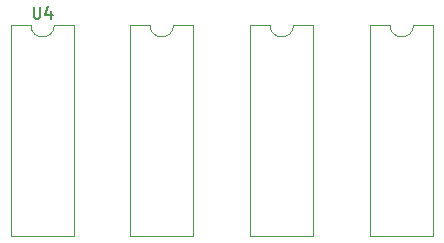
<source format=gbr>
%TF.GenerationSoftware,KiCad,Pcbnew,(5.99.0-7129-g2932fe1e64)*%
%TF.CreationDate,2020-12-05T18:13:35+08:00*%
%TF.ProjectId,Adapter,41646170-7465-4722-9e6b-696361645f70,rev?*%
%TF.SameCoordinates,Original*%
%TF.FileFunction,Legend,Top*%
%TF.FilePolarity,Positive*%
%FSLAX46Y46*%
G04 Gerber Fmt 4.6, Leading zero omitted, Abs format (unit mm)*
G04 Created by KiCad (PCBNEW (5.99.0-7129-g2932fe1e64)) date 2020-12-05 18:13:35*
%MOMM*%
%LPD*%
G01*
G04 APERTURE LIST*
%ADD10C,0.150000*%
%ADD11C,0.120000*%
G04 APERTURE END LIST*
D10*
%TO.C,U4*%
X108530095Y-73322380D02*
X108530095Y-74131904D01*
X108577714Y-74227142D01*
X108625333Y-74274761D01*
X108720571Y-74322380D01*
X108911047Y-74322380D01*
X109006285Y-74274761D01*
X109053904Y-74227142D01*
X109101523Y-74131904D01*
X109101523Y-73322380D01*
X110006285Y-73655714D02*
X110006285Y-74322380D01*
X109768190Y-73274761D02*
X109530095Y-73989047D01*
X110149142Y-73989047D01*
D11*
%TO.C,U2*%
X126890000Y-92770000D02*
X132190000Y-92770000D01*
X128540000Y-74870000D02*
X126890000Y-74870000D01*
X132190000Y-74870000D02*
X130540000Y-74870000D01*
X126890000Y-74870000D02*
X126890000Y-92770000D01*
X132190000Y-92770000D02*
X132190000Y-74870000D01*
X130540000Y-74870000D02*
G75*
G02*
X128540000Y-74870000I-1000000J0D01*
G01*
%TO.C,U3*%
X122030000Y-74870000D02*
X120380000Y-74870000D01*
X118380000Y-74870000D02*
X116730000Y-74870000D01*
X122030000Y-92770000D02*
X122030000Y-74870000D01*
X116730000Y-74870000D02*
X116730000Y-92770000D01*
X116730000Y-92770000D02*
X122030000Y-92770000D01*
X120380000Y-74870000D02*
G75*
G02*
X118380000Y-74870000I-1000000J0D01*
G01*
%TO.C,U4*%
X106642000Y-74870000D02*
X106642000Y-92770000D01*
X108292000Y-74870000D02*
X106642000Y-74870000D01*
X111942000Y-74870000D02*
X110292000Y-74870000D01*
X106642000Y-92770000D02*
X111942000Y-92770000D01*
X111942000Y-92770000D02*
X111942000Y-74870000D01*
X110292000Y-74870000D02*
G75*
G02*
X108292000Y-74870000I-1000000J0D01*
G01*
%TO.C,U1*%
X142350000Y-74870000D02*
X140700000Y-74870000D01*
X137050000Y-74870000D02*
X137050000Y-92770000D01*
X138700000Y-74870000D02*
X137050000Y-74870000D01*
X137050000Y-92770000D02*
X142350000Y-92770000D01*
X142350000Y-92770000D02*
X142350000Y-74870000D01*
X140700000Y-74870000D02*
G75*
G02*
X138700000Y-74870000I-1000000J0D01*
G01*
%TD*%
M02*

</source>
